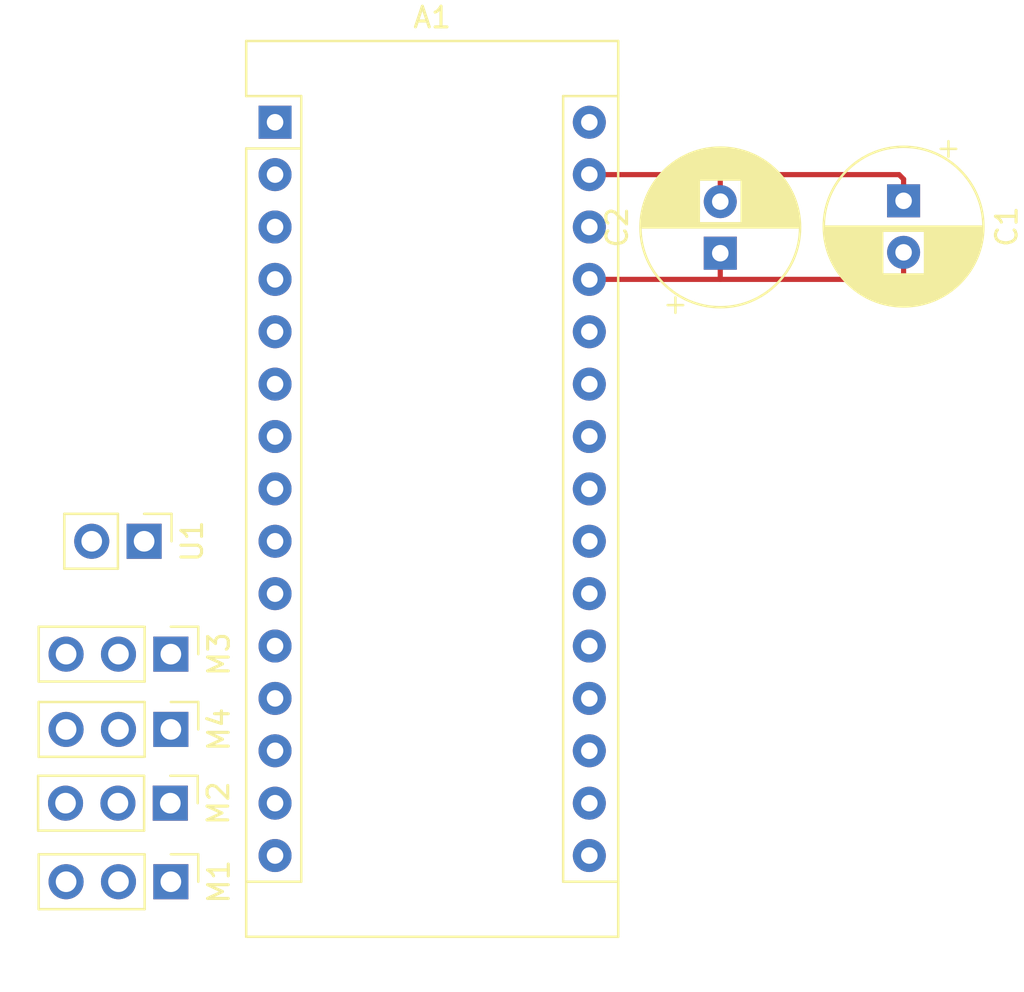
<source format=kicad_pcb>
(kicad_pcb (version 20171130) (host pcbnew "(5.0.0)")

  (general
    (thickness 1.6)
    (drawings 0)
    (tracks 9)
    (zones 0)
    (modules 8)
    (nets 30)
  )

  (page A4)
  (layers
    (0 F.Cu signal)
    (31 B.Cu signal)
    (32 B.Adhes user)
    (33 F.Adhes user)
    (34 B.Paste user)
    (35 F.Paste user)
    (36 B.SilkS user)
    (37 F.SilkS user)
    (38 B.Mask user)
    (39 F.Mask user)
    (40 Dwgs.User user)
    (41 Cmts.User user)
    (42 Eco1.User user)
    (43 Eco2.User user)
    (44 Edge.Cuts user)
    (45 Margin user)
    (46 B.CrtYd user)
    (47 F.CrtYd user)
    (48 B.Fab user)
    (49 F.Fab user)
  )

  (setup
    (last_trace_width 0.25)
    (trace_clearance 0.2)
    (zone_clearance 0.508)
    (zone_45_only no)
    (trace_min 0.2)
    (segment_width 0.2)
    (edge_width 0.15)
    (via_size 0.8)
    (via_drill 0.4)
    (via_min_size 0.4)
    (via_min_drill 0.3)
    (uvia_size 0.3)
    (uvia_drill 0.1)
    (uvias_allowed no)
    (uvia_min_size 0.2)
    (uvia_min_drill 0.1)
    (pcb_text_width 0.3)
    (pcb_text_size 1.5 1.5)
    (mod_edge_width 0.15)
    (mod_text_size 1 1)
    (mod_text_width 0.15)
    (pad_size 1.524 1.524)
    (pad_drill 0.762)
    (pad_to_mask_clearance 0.2)
    (aux_axis_origin 0 0)
    (visible_elements 7FFFFFFF)
    (pcbplotparams
      (layerselection 0x010fc_ffffffff)
      (usegerberextensions false)
      (usegerberattributes false)
      (usegerberadvancedattributes false)
      (creategerberjobfile false)
      (excludeedgelayer true)
      (linewidth 0.100000)
      (plotframeref false)
      (viasonmask false)
      (mode 1)
      (useauxorigin false)
      (hpglpennumber 1)
      (hpglpenspeed 20)
      (hpglpendiameter 15.000000)
      (psnegative false)
      (psa4output false)
      (plotreference true)
      (plotvalue true)
      (plotinvisibletext false)
      (padsonsilk false)
      (subtractmaskfromsilk false)
      (outputformat 1)
      (mirror false)
      (drillshape 1)
      (scaleselection 1)
      (outputdirectory ""))
  )

  (net 0 "")
  (net 1 "Net-(A1-Pad1)")
  (net 2 "Net-(A1-Pad17)")
  (net 3 "Net-(A1-Pad2)")
  (net 4 "Net-(A1-Pad18)")
  (net 5 "Net-(A1-Pad3)")
  (net 6 "Net-(A1-Pad19)")
  (net 7 GND)
  (net 8 "Net-(A1-Pad20)")
  (net 9 "Net-(A1-Pad5)")
  (net 10 "Net-(A1-Pad21)")
  (net 11 "Net-(A1-Pad6)")
  (net 12 "Net-(A1-Pad22)")
  (net 13 "Net-(A1-Pad7)")
  (net 14 "Net-(A1-Pad23)")
  (net 15 "Net-(A1-Pad8)")
  (net 16 "Net-(A1-Pad24)")
  (net 17 "Net-(A1-Pad9)")
  (net 18 "Net-(A1-Pad25)")
  (net 19 "Net-(A1-Pad10)")
  (net 20 "Net-(A1-Pad26)")
  (net 21 "Net-(A1-Pad11)")
  (net 22 "Net-(A1-Pad27)")
  (net 23 "Net-(A1-Pad12)")
  (net 24 "Net-(A1-Pad28)")
  (net 25 "Net-(A1-Pad13)")
  (net 26 "Net-(A1-Pad14)")
  (net 27 VCC)
  (net 28 "Net-(A1-Pad15)")
  (net 29 "Net-(A1-Pad16)")

  (net_class Default "This is the default net class."
    (clearance 0.2)
    (trace_width 0.25)
    (via_dia 0.8)
    (via_drill 0.4)
    (uvia_dia 0.3)
    (uvia_drill 0.1)
    (add_net GND)
    (add_net "Net-(A1-Pad1)")
    (add_net "Net-(A1-Pad10)")
    (add_net "Net-(A1-Pad11)")
    (add_net "Net-(A1-Pad12)")
    (add_net "Net-(A1-Pad13)")
    (add_net "Net-(A1-Pad14)")
    (add_net "Net-(A1-Pad15)")
    (add_net "Net-(A1-Pad16)")
    (add_net "Net-(A1-Pad17)")
    (add_net "Net-(A1-Pad18)")
    (add_net "Net-(A1-Pad19)")
    (add_net "Net-(A1-Pad2)")
    (add_net "Net-(A1-Pad20)")
    (add_net "Net-(A1-Pad21)")
    (add_net "Net-(A1-Pad22)")
    (add_net "Net-(A1-Pad23)")
    (add_net "Net-(A1-Pad24)")
    (add_net "Net-(A1-Pad25)")
    (add_net "Net-(A1-Pad26)")
    (add_net "Net-(A1-Pad27)")
    (add_net "Net-(A1-Pad28)")
    (add_net "Net-(A1-Pad3)")
    (add_net "Net-(A1-Pad5)")
    (add_net "Net-(A1-Pad6)")
    (add_net "Net-(A1-Pad7)")
    (add_net "Net-(A1-Pad8)")
    (add_net "Net-(A1-Pad9)")
    (add_net VCC)
  )

  (module Module:Arduino_Nano (layer F.Cu) (tedit 58ACAF70) (tstamp 5CC215B2)
    (at 110.49 80.01)
    (descr "Arduino Nano, http://www.mouser.com/pdfdocs/Gravitech_Arduino_Nano3_0.pdf")
    (tags "Arduino Nano")
    (path /5C733E90)
    (fp_text reference A1 (at 7.62 -5.08) (layer F.SilkS)
      (effects (font (size 1 1) (thickness 0.15)))
    )
    (fp_text value Arduino_Nano_v3.x (at 8.89 19.05 90) (layer F.Fab)
      (effects (font (size 1 1) (thickness 0.15)))
    )
    (fp_text user %R (at 6.35 19.05 90) (layer F.Fab)
      (effects (font (size 1 1) (thickness 0.15)))
    )
    (fp_line (start 1.27 1.27) (end 1.27 -1.27) (layer F.SilkS) (width 0.12))
    (fp_line (start 1.27 -1.27) (end -1.4 -1.27) (layer F.SilkS) (width 0.12))
    (fp_line (start -1.4 1.27) (end -1.4 39.5) (layer F.SilkS) (width 0.12))
    (fp_line (start -1.4 -3.94) (end -1.4 -1.27) (layer F.SilkS) (width 0.12))
    (fp_line (start 13.97 -1.27) (end 16.64 -1.27) (layer F.SilkS) (width 0.12))
    (fp_line (start 13.97 -1.27) (end 13.97 36.83) (layer F.SilkS) (width 0.12))
    (fp_line (start 13.97 36.83) (end 16.64 36.83) (layer F.SilkS) (width 0.12))
    (fp_line (start 1.27 1.27) (end -1.4 1.27) (layer F.SilkS) (width 0.12))
    (fp_line (start 1.27 1.27) (end 1.27 36.83) (layer F.SilkS) (width 0.12))
    (fp_line (start 1.27 36.83) (end -1.4 36.83) (layer F.SilkS) (width 0.12))
    (fp_line (start 3.81 31.75) (end 11.43 31.75) (layer F.Fab) (width 0.1))
    (fp_line (start 11.43 31.75) (end 11.43 41.91) (layer F.Fab) (width 0.1))
    (fp_line (start 11.43 41.91) (end 3.81 41.91) (layer F.Fab) (width 0.1))
    (fp_line (start 3.81 41.91) (end 3.81 31.75) (layer F.Fab) (width 0.1))
    (fp_line (start -1.4 39.5) (end 16.64 39.5) (layer F.SilkS) (width 0.12))
    (fp_line (start 16.64 39.5) (end 16.64 -3.94) (layer F.SilkS) (width 0.12))
    (fp_line (start 16.64 -3.94) (end -1.4 -3.94) (layer F.SilkS) (width 0.12))
    (fp_line (start 16.51 39.37) (end -1.27 39.37) (layer F.Fab) (width 0.1))
    (fp_line (start -1.27 39.37) (end -1.27 -2.54) (layer F.Fab) (width 0.1))
    (fp_line (start -1.27 -2.54) (end 0 -3.81) (layer F.Fab) (width 0.1))
    (fp_line (start 0 -3.81) (end 16.51 -3.81) (layer F.Fab) (width 0.1))
    (fp_line (start 16.51 -3.81) (end 16.51 39.37) (layer F.Fab) (width 0.1))
    (fp_line (start -1.53 -4.06) (end 16.75 -4.06) (layer F.CrtYd) (width 0.05))
    (fp_line (start -1.53 -4.06) (end -1.53 42.16) (layer F.CrtYd) (width 0.05))
    (fp_line (start 16.75 42.16) (end 16.75 -4.06) (layer F.CrtYd) (width 0.05))
    (fp_line (start 16.75 42.16) (end -1.53 42.16) (layer F.CrtYd) (width 0.05))
    (pad 1 thru_hole rect (at 0 0) (size 1.6 1.6) (drill 0.8) (layers *.Cu *.Mask)
      (net 1 "Net-(A1-Pad1)"))
    (pad 17 thru_hole oval (at 15.24 33.02) (size 1.6 1.6) (drill 0.8) (layers *.Cu *.Mask)
      (net 2 "Net-(A1-Pad17)"))
    (pad 2 thru_hole oval (at 0 2.54) (size 1.6 1.6) (drill 0.8) (layers *.Cu *.Mask)
      (net 3 "Net-(A1-Pad2)"))
    (pad 18 thru_hole oval (at 15.24 30.48) (size 1.6 1.6) (drill 0.8) (layers *.Cu *.Mask)
      (net 4 "Net-(A1-Pad18)"))
    (pad 3 thru_hole oval (at 0 5.08) (size 1.6 1.6) (drill 0.8) (layers *.Cu *.Mask)
      (net 5 "Net-(A1-Pad3)"))
    (pad 19 thru_hole oval (at 15.24 27.94) (size 1.6 1.6) (drill 0.8) (layers *.Cu *.Mask)
      (net 6 "Net-(A1-Pad19)"))
    (pad 4 thru_hole oval (at 0 7.62) (size 1.6 1.6) (drill 0.8) (layers *.Cu *.Mask)
      (net 7 GND))
    (pad 20 thru_hole oval (at 15.24 25.4) (size 1.6 1.6) (drill 0.8) (layers *.Cu *.Mask)
      (net 8 "Net-(A1-Pad20)"))
    (pad 5 thru_hole oval (at 0 10.16) (size 1.6 1.6) (drill 0.8) (layers *.Cu *.Mask)
      (net 9 "Net-(A1-Pad5)"))
    (pad 21 thru_hole oval (at 15.24 22.86) (size 1.6 1.6) (drill 0.8) (layers *.Cu *.Mask)
      (net 10 "Net-(A1-Pad21)"))
    (pad 6 thru_hole oval (at 0 12.7) (size 1.6 1.6) (drill 0.8) (layers *.Cu *.Mask)
      (net 11 "Net-(A1-Pad6)"))
    (pad 22 thru_hole oval (at 15.24 20.32) (size 1.6 1.6) (drill 0.8) (layers *.Cu *.Mask)
      (net 12 "Net-(A1-Pad22)"))
    (pad 7 thru_hole oval (at 0 15.24) (size 1.6 1.6) (drill 0.8) (layers *.Cu *.Mask)
      (net 13 "Net-(A1-Pad7)"))
    (pad 23 thru_hole oval (at 15.24 17.78) (size 1.6 1.6) (drill 0.8) (layers *.Cu *.Mask)
      (net 14 "Net-(A1-Pad23)"))
    (pad 8 thru_hole oval (at 0 17.78) (size 1.6 1.6) (drill 0.8) (layers *.Cu *.Mask)
      (net 15 "Net-(A1-Pad8)"))
    (pad 24 thru_hole oval (at 15.24 15.24) (size 1.6 1.6) (drill 0.8) (layers *.Cu *.Mask)
      (net 16 "Net-(A1-Pad24)"))
    (pad 9 thru_hole oval (at 0 20.32) (size 1.6 1.6) (drill 0.8) (layers *.Cu *.Mask)
      (net 17 "Net-(A1-Pad9)"))
    (pad 25 thru_hole oval (at 15.24 12.7) (size 1.6 1.6) (drill 0.8) (layers *.Cu *.Mask)
      (net 18 "Net-(A1-Pad25)"))
    (pad 10 thru_hole oval (at 0 22.86) (size 1.6 1.6) (drill 0.8) (layers *.Cu *.Mask)
      (net 19 "Net-(A1-Pad10)"))
    (pad 26 thru_hole oval (at 15.24 10.16) (size 1.6 1.6) (drill 0.8) (layers *.Cu *.Mask)
      (net 20 "Net-(A1-Pad26)"))
    (pad 11 thru_hole oval (at 0 25.4) (size 1.6 1.6) (drill 0.8) (layers *.Cu *.Mask)
      (net 21 "Net-(A1-Pad11)"))
    (pad 27 thru_hole oval (at 15.24 7.62) (size 1.6 1.6) (drill 0.8) (layers *.Cu *.Mask)
      (net 22 "Net-(A1-Pad27)"))
    (pad 12 thru_hole oval (at 0 27.94) (size 1.6 1.6) (drill 0.8) (layers *.Cu *.Mask)
      (net 23 "Net-(A1-Pad12)"))
    (pad 28 thru_hole oval (at 15.24 5.08) (size 1.6 1.6) (drill 0.8) (layers *.Cu *.Mask)
      (net 24 "Net-(A1-Pad28)"))
    (pad 13 thru_hole oval (at 0 30.48) (size 1.6 1.6) (drill 0.8) (layers *.Cu *.Mask)
      (net 25 "Net-(A1-Pad13)"))
    (pad 29 thru_hole oval (at 15.24 2.54) (size 1.6 1.6) (drill 0.8) (layers *.Cu *.Mask)
      (net 7 GND))
    (pad 14 thru_hole oval (at 0 33.02) (size 1.6 1.6) (drill 0.8) (layers *.Cu *.Mask)
      (net 26 "Net-(A1-Pad14)"))
    (pad 30 thru_hole oval (at 15.24 0) (size 1.6 1.6) (drill 0.8) (layers *.Cu *.Mask)
      (net 27 VCC))
    (pad 15 thru_hole oval (at 0 35.56) (size 1.6 1.6) (drill 0.8) (layers *.Cu *.Mask)
      (net 28 "Net-(A1-Pad15)"))
    (pad 16 thru_hole oval (at 15.24 35.56) (size 1.6 1.6) (drill 0.8) (layers *.Cu *.Mask)
      (net 29 "Net-(A1-Pad16)"))
    (model ${KISYS3DMOD}/arduino-nano.wrl
      (offset (xyz -2.55 6 -5))
      (scale (xyz 0.4 0.4 0.4))
      (rotate (xyz 0 0 0))
    )
  )

  (module Capacitor_THT:CP_Radial_D7.5mm_P2.50mm (layer F.Cu) (tedit 5AE50EF0) (tstamp 5CC27E7D)
    (at 132.08 86.36 90)
    (descr "CP, Radial series, Radial, pin pitch=2.50mm, , diameter=7.5mm, Electrolytic Capacitor")
    (tags "CP Radial series Radial pin pitch 2.50mm  diameter 7.5mm Electrolytic Capacitor")
    (path /5C7D338D)
    (fp_text reference C2 (at 1.25 -5 90) (layer F.SilkS)
      (effects (font (size 1 1) (thickness 0.15)))
    )
    (fp_text value C470u (at 1.25 5 90) (layer F.Fab)
      (effects (font (size 1 1) (thickness 0.15)))
    )
    (fp_circle (center 1.25 0) (end 5 0) (layer F.Fab) (width 0.1))
    (fp_circle (center 1.25 0) (end 5.12 0) (layer F.SilkS) (width 0.12))
    (fp_circle (center 1.25 0) (end 5.25 0) (layer F.CrtYd) (width 0.05))
    (fp_line (start -1.961233 -1.6375) (end -1.211233 -1.6375) (layer F.Fab) (width 0.1))
    (fp_line (start -1.586233 -2.0125) (end -1.586233 -1.2625) (layer F.Fab) (width 0.1))
    (fp_line (start 1.25 -3.83) (end 1.25 3.83) (layer F.SilkS) (width 0.12))
    (fp_line (start 1.29 -3.83) (end 1.29 3.83) (layer F.SilkS) (width 0.12))
    (fp_line (start 1.33 -3.83) (end 1.33 3.83) (layer F.SilkS) (width 0.12))
    (fp_line (start 1.37 -3.829) (end 1.37 3.829) (layer F.SilkS) (width 0.12))
    (fp_line (start 1.41 -3.827) (end 1.41 3.827) (layer F.SilkS) (width 0.12))
    (fp_line (start 1.45 -3.825) (end 1.45 3.825) (layer F.SilkS) (width 0.12))
    (fp_line (start 1.49 -3.823) (end 1.49 -1.04) (layer F.SilkS) (width 0.12))
    (fp_line (start 1.49 1.04) (end 1.49 3.823) (layer F.SilkS) (width 0.12))
    (fp_line (start 1.53 -3.82) (end 1.53 -1.04) (layer F.SilkS) (width 0.12))
    (fp_line (start 1.53 1.04) (end 1.53 3.82) (layer F.SilkS) (width 0.12))
    (fp_line (start 1.57 -3.817) (end 1.57 -1.04) (layer F.SilkS) (width 0.12))
    (fp_line (start 1.57 1.04) (end 1.57 3.817) (layer F.SilkS) (width 0.12))
    (fp_line (start 1.61 -3.814) (end 1.61 -1.04) (layer F.SilkS) (width 0.12))
    (fp_line (start 1.61 1.04) (end 1.61 3.814) (layer F.SilkS) (width 0.12))
    (fp_line (start 1.65 -3.81) (end 1.65 -1.04) (layer F.SilkS) (width 0.12))
    (fp_line (start 1.65 1.04) (end 1.65 3.81) (layer F.SilkS) (width 0.12))
    (fp_line (start 1.69 -3.805) (end 1.69 -1.04) (layer F.SilkS) (width 0.12))
    (fp_line (start 1.69 1.04) (end 1.69 3.805) (layer F.SilkS) (width 0.12))
    (fp_line (start 1.73 -3.801) (end 1.73 -1.04) (layer F.SilkS) (width 0.12))
    (fp_line (start 1.73 1.04) (end 1.73 3.801) (layer F.SilkS) (width 0.12))
    (fp_line (start 1.77 -3.795) (end 1.77 -1.04) (layer F.SilkS) (width 0.12))
    (fp_line (start 1.77 1.04) (end 1.77 3.795) (layer F.SilkS) (width 0.12))
    (fp_line (start 1.81 -3.79) (end 1.81 -1.04) (layer F.SilkS) (width 0.12))
    (fp_line (start 1.81 1.04) (end 1.81 3.79) (layer F.SilkS) (width 0.12))
    (fp_line (start 1.85 -3.784) (end 1.85 -1.04) (layer F.SilkS) (width 0.12))
    (fp_line (start 1.85 1.04) (end 1.85 3.784) (layer F.SilkS) (width 0.12))
    (fp_line (start 1.89 -3.777) (end 1.89 -1.04) (layer F.SilkS) (width 0.12))
    (fp_line (start 1.89 1.04) (end 1.89 3.777) (layer F.SilkS) (width 0.12))
    (fp_line (start 1.93 -3.77) (end 1.93 -1.04) (layer F.SilkS) (width 0.12))
    (fp_line (start 1.93 1.04) (end 1.93 3.77) (layer F.SilkS) (width 0.12))
    (fp_line (start 1.971 -3.763) (end 1.971 -1.04) (layer F.SilkS) (width 0.12))
    (fp_line (start 1.971 1.04) (end 1.971 3.763) (layer F.SilkS) (width 0.12))
    (fp_line (start 2.011 -3.755) (end 2.011 -1.04) (layer F.SilkS) (width 0.12))
    (fp_line (start 2.011 1.04) (end 2.011 3.755) (layer F.SilkS) (width 0.12))
    (fp_line (start 2.051 -3.747) (end 2.051 -1.04) (layer F.SilkS) (width 0.12))
    (fp_line (start 2.051 1.04) (end 2.051 3.747) (layer F.SilkS) (width 0.12))
    (fp_line (start 2.091 -3.738) (end 2.091 -1.04) (layer F.SilkS) (width 0.12))
    (fp_line (start 2.091 1.04) (end 2.091 3.738) (layer F.SilkS) (width 0.12))
    (fp_line (start 2.131 -3.729) (end 2.131 -1.04) (layer F.SilkS) (width 0.12))
    (fp_line (start 2.131 1.04) (end 2.131 3.729) (layer F.SilkS) (width 0.12))
    (fp_line (start 2.171 -3.72) (end 2.171 -1.04) (layer F.SilkS) (width 0.12))
    (fp_line (start 2.171 1.04) (end 2.171 3.72) (layer F.SilkS) (width 0.12))
    (fp_line (start 2.211 -3.71) (end 2.211 -1.04) (layer F.SilkS) (width 0.12))
    (fp_line (start 2.211 1.04) (end 2.211 3.71) (layer F.SilkS) (width 0.12))
    (fp_line (start 2.251 -3.699) (end 2.251 -1.04) (layer F.SilkS) (width 0.12))
    (fp_line (start 2.251 1.04) (end 2.251 3.699) (layer F.SilkS) (width 0.12))
    (fp_line (start 2.291 -3.688) (end 2.291 -1.04) (layer F.SilkS) (width 0.12))
    (fp_line (start 2.291 1.04) (end 2.291 3.688) (layer F.SilkS) (width 0.12))
    (fp_line (start 2.331 -3.677) (end 2.331 -1.04) (layer F.SilkS) (width 0.12))
    (fp_line (start 2.331 1.04) (end 2.331 3.677) (layer F.SilkS) (width 0.12))
    (fp_line (start 2.371 -3.665) (end 2.371 -1.04) (layer F.SilkS) (width 0.12))
    (fp_line (start 2.371 1.04) (end 2.371 3.665) (layer F.SilkS) (width 0.12))
    (fp_line (start 2.411 -3.653) (end 2.411 -1.04) (layer F.SilkS) (width 0.12))
    (fp_line (start 2.411 1.04) (end 2.411 3.653) (layer F.SilkS) (width 0.12))
    (fp_line (start 2.451 -3.64) (end 2.451 -1.04) (layer F.SilkS) (width 0.12))
    (fp_line (start 2.451 1.04) (end 2.451 3.64) (layer F.SilkS) (width 0.12))
    (fp_line (start 2.491 -3.626) (end 2.491 -1.04) (layer F.SilkS) (width 0.12))
    (fp_line (start 2.491 1.04) (end 2.491 3.626) (layer F.SilkS) (width 0.12))
    (fp_line (start 2.531 -3.613) (end 2.531 -1.04) (layer F.SilkS) (width 0.12))
    (fp_line (start 2.531 1.04) (end 2.531 3.613) (layer F.SilkS) (width 0.12))
    (fp_line (start 2.571 -3.598) (end 2.571 -1.04) (layer F.SilkS) (width 0.12))
    (fp_line (start 2.571 1.04) (end 2.571 3.598) (layer F.SilkS) (width 0.12))
    (fp_line (start 2.611 -3.584) (end 2.611 -1.04) (layer F.SilkS) (width 0.12))
    (fp_line (start 2.611 1.04) (end 2.611 3.584) (layer F.SilkS) (width 0.12))
    (fp_line (start 2.651 -3.568) (end 2.651 -1.04) (layer F.SilkS) (width 0.12))
    (fp_line (start 2.651 1.04) (end 2.651 3.568) (layer F.SilkS) (width 0.12))
    (fp_line (start 2.691 -3.553) (end 2.691 -1.04) (layer F.SilkS) (width 0.12))
    (fp_line (start 2.691 1.04) (end 2.691 3.553) (layer F.SilkS) (width 0.12))
    (fp_line (start 2.731 -3.536) (end 2.731 -1.04) (layer F.SilkS) (width 0.12))
    (fp_line (start 2.731 1.04) (end 2.731 3.536) (layer F.SilkS) (width 0.12))
    (fp_line (start 2.771 -3.52) (end 2.771 -1.04) (layer F.SilkS) (width 0.12))
    (fp_line (start 2.771 1.04) (end 2.771 3.52) (layer F.SilkS) (width 0.12))
    (fp_line (start 2.811 -3.502) (end 2.811 -1.04) (layer F.SilkS) (width 0.12))
    (fp_line (start 2.811 1.04) (end 2.811 3.502) (layer F.SilkS) (width 0.12))
    (fp_line (start 2.851 -3.484) (end 2.851 -1.04) (layer F.SilkS) (width 0.12))
    (fp_line (start 2.851 1.04) (end 2.851 3.484) (layer F.SilkS) (width 0.12))
    (fp_line (start 2.891 -3.466) (end 2.891 -1.04) (layer F.SilkS) (width 0.12))
    (fp_line (start 2.891 1.04) (end 2.891 3.466) (layer F.SilkS) (width 0.12))
    (fp_line (start 2.931 -3.447) (end 2.931 -1.04) (layer F.SilkS) (width 0.12))
    (fp_line (start 2.931 1.04) (end 2.931 3.447) (layer F.SilkS) (width 0.12))
    (fp_line (start 2.971 -3.427) (end 2.971 -1.04) (layer F.SilkS) (width 0.12))
    (fp_line (start 2.971 1.04) (end 2.971 3.427) (layer F.SilkS) (width 0.12))
    (fp_line (start 3.011 -3.407) (end 3.011 -1.04) (layer F.SilkS) (width 0.12))
    (fp_line (start 3.011 1.04) (end 3.011 3.407) (layer F.SilkS) (width 0.12))
    (fp_line (start 3.051 -3.386) (end 3.051 -1.04) (layer F.SilkS) (width 0.12))
    (fp_line (start 3.051 1.04) (end 3.051 3.386) (layer F.SilkS) (width 0.12))
    (fp_line (start 3.091 -3.365) (end 3.091 -1.04) (layer F.SilkS) (width 0.12))
    (fp_line (start 3.091 1.04) (end 3.091 3.365) (layer F.SilkS) (width 0.12))
    (fp_line (start 3.131 -3.343) (end 3.131 -1.04) (layer F.SilkS) (width 0.12))
    (fp_line (start 3.131 1.04) (end 3.131 3.343) (layer F.SilkS) (width 0.12))
    (fp_line (start 3.171 -3.321) (end 3.171 -1.04) (layer F.SilkS) (width 0.12))
    (fp_line (start 3.171 1.04) (end 3.171 3.321) (layer F.SilkS) (width 0.12))
    (fp_line (start 3.211 -3.297) (end 3.211 -1.04) (layer F.SilkS) (width 0.12))
    (fp_line (start 3.211 1.04) (end 3.211 3.297) (layer F.SilkS) (width 0.12))
    (fp_line (start 3.251 -3.274) (end 3.251 -1.04) (layer F.SilkS) (width 0.12))
    (fp_line (start 3.251 1.04) (end 3.251 3.274) (layer F.SilkS) (width 0.12))
    (fp_line (start 3.291 -3.249) (end 3.291 -1.04) (layer F.SilkS) (width 0.12))
    (fp_line (start 3.291 1.04) (end 3.291 3.249) (layer F.SilkS) (width 0.12))
    (fp_line (start 3.331 -3.224) (end 3.331 -1.04) (layer F.SilkS) (width 0.12))
    (fp_line (start 3.331 1.04) (end 3.331 3.224) (layer F.SilkS) (width 0.12))
    (fp_line (start 3.371 -3.198) (end 3.371 -1.04) (layer F.SilkS) (width 0.12))
    (fp_line (start 3.371 1.04) (end 3.371 3.198) (layer F.SilkS) (width 0.12))
    (fp_line (start 3.411 -3.172) (end 3.411 -1.04) (layer F.SilkS) (width 0.12))
    (fp_line (start 3.411 1.04) (end 3.411 3.172) (layer F.SilkS) (width 0.12))
    (fp_line (start 3.451 -3.144) (end 3.451 -1.04) (layer F.SilkS) (width 0.12))
    (fp_line (start 3.451 1.04) (end 3.451 3.144) (layer F.SilkS) (width 0.12))
    (fp_line (start 3.491 -3.116) (end 3.491 -1.04) (layer F.SilkS) (width 0.12))
    (fp_line (start 3.491 1.04) (end 3.491 3.116) (layer F.SilkS) (width 0.12))
    (fp_line (start 3.531 -3.088) (end 3.531 -1.04) (layer F.SilkS) (width 0.12))
    (fp_line (start 3.531 1.04) (end 3.531 3.088) (layer F.SilkS) (width 0.12))
    (fp_line (start 3.571 -3.058) (end 3.571 3.058) (layer F.SilkS) (width 0.12))
    (fp_line (start 3.611 -3.028) (end 3.611 3.028) (layer F.SilkS) (width 0.12))
    (fp_line (start 3.651 -2.996) (end 3.651 2.996) (layer F.SilkS) (width 0.12))
    (fp_line (start 3.691 -2.964) (end 3.691 2.964) (layer F.SilkS) (width 0.12))
    (fp_line (start 3.731 -2.931) (end 3.731 2.931) (layer F.SilkS) (width 0.12))
    (fp_line (start 3.771 -2.898) (end 3.771 2.898) (layer F.SilkS) (width 0.12))
    (fp_line (start 3.811 -2.863) (end 3.811 2.863) (layer F.SilkS) (width 0.12))
    (fp_line (start 3.851 -2.827) (end 3.851 2.827) (layer F.SilkS) (width 0.12))
    (fp_line (start 3.891 -2.79) (end 3.891 2.79) (layer F.SilkS) (width 0.12))
    (fp_line (start 3.931 -2.752) (end 3.931 2.752) (layer F.SilkS) (width 0.12))
    (fp_line (start 3.971 -2.713) (end 3.971 2.713) (layer F.SilkS) (width 0.12))
    (fp_line (start 4.011 -2.673) (end 4.011 2.673) (layer F.SilkS) (width 0.12))
    (fp_line (start 4.051 -2.632) (end 4.051 2.632) (layer F.SilkS) (width 0.12))
    (fp_line (start 4.091 -2.589) (end 4.091 2.589) (layer F.SilkS) (width 0.12))
    (fp_line (start 4.131 -2.546) (end 4.131 2.546) (layer F.SilkS) (width 0.12))
    (fp_line (start 4.171 -2.5) (end 4.171 2.5) (layer F.SilkS) (width 0.12))
    (fp_line (start 4.211 -2.454) (end 4.211 2.454) (layer F.SilkS) (width 0.12))
    (fp_line (start 4.251 -2.405) (end 4.251 2.405) (layer F.SilkS) (width 0.12))
    (fp_line (start 4.291 -2.355) (end 4.291 2.355) (layer F.SilkS) (width 0.12))
    (fp_line (start 4.331 -2.304) (end 4.331 2.304) (layer F.SilkS) (width 0.12))
    (fp_line (start 4.371 -2.25) (end 4.371 2.25) (layer F.SilkS) (width 0.12))
    (fp_line (start 4.411 -2.195) (end 4.411 2.195) (layer F.SilkS) (width 0.12))
    (fp_line (start 4.451 -2.137) (end 4.451 2.137) (layer F.SilkS) (width 0.12))
    (fp_line (start 4.491 -2.077) (end 4.491 2.077) (layer F.SilkS) (width 0.12))
    (fp_line (start 4.531 -2.014) (end 4.531 2.014) (layer F.SilkS) (width 0.12))
    (fp_line (start 4.571 -1.949) (end 4.571 1.949) (layer F.SilkS) (width 0.12))
    (fp_line (start 4.611 -1.881) (end 4.611 1.881) (layer F.SilkS) (width 0.12))
    (fp_line (start 4.651 -1.809) (end 4.651 1.809) (layer F.SilkS) (width 0.12))
    (fp_line (start 4.691 -1.733) (end 4.691 1.733) (layer F.SilkS) (width 0.12))
    (fp_line (start 4.731 -1.654) (end 4.731 1.654) (layer F.SilkS) (width 0.12))
    (fp_line (start 4.771 -1.569) (end 4.771 1.569) (layer F.SilkS) (width 0.12))
    (fp_line (start 4.811 -1.478) (end 4.811 1.478) (layer F.SilkS) (width 0.12))
    (fp_line (start 4.851 -1.381) (end 4.851 1.381) (layer F.SilkS) (width 0.12))
    (fp_line (start 4.891 -1.275) (end 4.891 1.275) (layer F.SilkS) (width 0.12))
    (fp_line (start 4.931 -1.158) (end 4.931 1.158) (layer F.SilkS) (width 0.12))
    (fp_line (start 4.971 -1.028) (end 4.971 1.028) (layer F.SilkS) (width 0.12))
    (fp_line (start 5.011 -0.877) (end 5.011 0.877) (layer F.SilkS) (width 0.12))
    (fp_line (start 5.051 -0.693) (end 5.051 0.693) (layer F.SilkS) (width 0.12))
    (fp_line (start 5.091 -0.441) (end 5.091 0.441) (layer F.SilkS) (width 0.12))
    (fp_line (start -2.892211 -2.175) (end -2.142211 -2.175) (layer F.SilkS) (width 0.12))
    (fp_line (start -2.517211 -2.55) (end -2.517211 -1.8) (layer F.SilkS) (width 0.12))
    (fp_text user %R (at 1.25 0 90) (layer F.Fab)
      (effects (font (size 1 1) (thickness 0.15)))
    )
    (pad 1 thru_hole rect (at 0 0 90) (size 1.6 1.6) (drill 0.8) (layers *.Cu *.Mask)
      (net 22 "Net-(A1-Pad27)"))
    (pad 2 thru_hole circle (at 2.5 0 90) (size 1.6 1.6) (drill 0.8) (layers *.Cu *.Mask)
      (net 7 GND))
    (model ${KISYS3DMOD}/Capacitor_THT.3dshapes/CP_Radial_D7.5mm_P2.50mm.wrl
      (at (xyz 0 0 0))
      (scale (xyz 1 1 1))
      (rotate (xyz 0 0 0))
    )
  )

  (module Capacitor_THT:CP_Radial_D7.5mm_P2.50mm (layer F.Cu) (tedit 5AE50EF0) (tstamp 5CC281A8)
    (at 140.97 83.82 270)
    (descr "CP, Radial series, Radial, pin pitch=2.50mm, , diameter=7.5mm, Electrolytic Capacitor")
    (tags "CP Radial series Radial pin pitch 2.50mm  diameter 7.5mm Electrolytic Capacitor")
    (path /5C7D340E)
    (fp_text reference C1 (at 1.25 -5 270) (layer F.SilkS)
      (effects (font (size 1 1) (thickness 0.15)))
    )
    (fp_text value C100u (at 1.25 5 270) (layer F.Fab)
      (effects (font (size 1 1) (thickness 0.15)))
    )
    (fp_circle (center 1.25 0) (end 5 0) (layer F.Fab) (width 0.1))
    (fp_circle (center 1.25 0) (end 5.12 0) (layer F.SilkS) (width 0.12))
    (fp_circle (center 1.25 0) (end 5.25 0) (layer F.CrtYd) (width 0.05))
    (fp_line (start -1.961233 -1.6375) (end -1.211233 -1.6375) (layer F.Fab) (width 0.1))
    (fp_line (start -1.586233 -2.0125) (end -1.586233 -1.2625) (layer F.Fab) (width 0.1))
    (fp_line (start 1.25 -3.83) (end 1.25 3.83) (layer F.SilkS) (width 0.12))
    (fp_line (start 1.29 -3.83) (end 1.29 3.83) (layer F.SilkS) (width 0.12))
    (fp_line (start 1.33 -3.83) (end 1.33 3.83) (layer F.SilkS) (width 0.12))
    (fp_line (start 1.37 -3.829) (end 1.37 3.829) (layer F.SilkS) (width 0.12))
    (fp_line (start 1.41 -3.827) (end 1.41 3.827) (layer F.SilkS) (width 0.12))
    (fp_line (start 1.45 -3.825) (end 1.45 3.825) (layer F.SilkS) (width 0.12))
    (fp_line (start 1.49 -3.823) (end 1.49 -1.04) (layer F.SilkS) (width 0.12))
    (fp_line (start 1.49 1.04) (end 1.49 3.823) (layer F.SilkS) (width 0.12))
    (fp_line (start 1.53 -3.82) (end 1.53 -1.04) (layer F.SilkS) (width 0.12))
    (fp_line (start 1.53 1.04) (end 1.53 3.82) (layer F.SilkS) (width 0.12))
    (fp_line (start 1.57 -3.817) (end 1.57 -1.04) (layer F.SilkS) (width 0.12))
    (fp_line (start 1.57 1.04) (end 1.57 3.817) (layer F.SilkS) (width 0.12))
    (fp_line (start 1.61 -3.814) (end 1.61 -1.04) (layer F.SilkS) (width 0.12))
    (fp_line (start 1.61 1.04) (end 1.61 3.814) (layer F.SilkS) (width 0.12))
    (fp_line (start 1.65 -3.81) (end 1.65 -1.04) (layer F.SilkS) (width 0.12))
    (fp_line (start 1.65 1.04) (end 1.65 3.81) (layer F.SilkS) (width 0.12))
    (fp_line (start 1.69 -3.805) (end 1.69 -1.04) (layer F.SilkS) (width 0.12))
    (fp_line (start 1.69 1.04) (end 1.69 3.805) (layer F.SilkS) (width 0.12))
    (fp_line (start 1.73 -3.801) (end 1.73 -1.04) (layer F.SilkS) (width 0.12))
    (fp_line (start 1.73 1.04) (end 1.73 3.801) (layer F.SilkS) (width 0.12))
    (fp_line (start 1.77 -3.795) (end 1.77 -1.04) (layer F.SilkS) (width 0.12))
    (fp_line (start 1.77 1.04) (end 1.77 3.795) (layer F.SilkS) (width 0.12))
    (fp_line (start 1.81 -3.79) (end 1.81 -1.04) (layer F.SilkS) (width 0.12))
    (fp_line (start 1.81 1.04) (end 1.81 3.79) (layer F.SilkS) (width 0.12))
    (fp_line (start 1.85 -3.784) (end 1.85 -1.04) (layer F.SilkS) (width 0.12))
    (fp_line (start 1.85 1.04) (end 1.85 3.784) (layer F.SilkS) (width 0.12))
    (fp_line (start 1.89 -3.777) (end 1.89 -1.04) (layer F.SilkS) (width 0.12))
    (fp_line (start 1.89 1.04) (end 1.89 3.777) (layer F.SilkS) (width 0.12))
    (fp_line (start 1.93 -3.77) (end 1.93 -1.04) (layer F.SilkS) (width 0.12))
    (fp_line (start 1.93 1.04) (end 1.93 3.77) (layer F.SilkS) (width 0.12))
    (fp_line (start 1.971 -3.763) (end 1.971 -1.04) (layer F.SilkS) (width 0.12))
    (fp_line (start 1.971 1.04) (end 1.971 3.763) (layer F.SilkS) (width 0.12))
    (fp_line (start 2.011 -3.755) (end 2.011 -1.04) (layer F.SilkS) (width 0.12))
    (fp_line (start 2.011 1.04) (end 2.011 3.755) (layer F.SilkS) (width 0.12))
    (fp_line (start 2.051 -3.747) (end 2.051 -1.04) (layer F.SilkS) (width 0.12))
    (fp_line (start 2.051 1.04) (end 2.051 3.747) (layer F.SilkS) (width 0.12))
    (fp_line (start 2.091 -3.738) (end 2.091 -1.04) (layer F.SilkS) (width 0.12))
    (fp_line (start 2.091 1.04) (end 2.091 3.738) (layer F.SilkS) (width 0.12))
    (fp_line (start 2.131 -3.729) (end 2.131 -1.04) (layer F.SilkS) (width 0.12))
    (fp_line (start 2.131 1.04) (end 2.131 3.729) (layer F.SilkS) (width 0.12))
    (fp_line (start 2.171 -3.72) (end 2.171 -1.04) (layer F.SilkS) (width 0.12))
    (fp_line (start 2.171 1.04) (end 2.171 3.72) (layer F.SilkS) (width 0.12))
    (fp_line (start 2.211 -3.71) (end 2.211 -1.04) (layer F.SilkS) (width 0.12))
    (fp_line (start 2.211 1.04) (end 2.211 3.71) (layer F.SilkS) (width 0.12))
    (fp_line (start 2.251 -3.699) (end 2.251 -1.04) (layer F.SilkS) (width 0.12))
    (fp_line (start 2.251 1.04) (end 2.251 3.699) (layer F.SilkS) (width 0.12))
    (fp_line (start 2.291 -3.688) (end 2.291 -1.04) (layer F.SilkS) (width 0.12))
    (fp_line (start 2.291 1.04) (end 2.291 3.688) (layer F.SilkS) (width 0.12))
    (fp_line (start 2.331 -3.677) (end 2.331 -1.04) (layer F.SilkS) (width 0.12))
    (fp_line (start 2.331 1.04) (end 2.331 3.677) (layer F.SilkS) (width 0.12))
    (fp_line (start 2.371 -3.665) (end 2.371 -1.04) (layer F.SilkS) (width 0.12))
    (fp_line (start 2.371 1.04) (end 2.371 3.665) (layer F.SilkS) (width 0.12))
    (fp_line (start 2.411 -3.653) (end 2.411 -1.04) (layer F.SilkS) (width 0.12))
    (fp_line (start 2.411 1.04) (end 2.411 3.653) (layer F.SilkS) (width 0.12))
    (fp_line (start 2.451 -3.64) (end 2.451 -1.04) (layer F.SilkS) (width 0.12))
    (fp_line (start 2.451 1.04) (end 2.451 3.64) (layer F.SilkS) (width 0.12))
    (fp_line (start 2.491 -3.626) (end 2.491 -1.04) (layer F.SilkS) (width 0.12))
    (fp_line (start 2.491 1.04) (end 2.491 3.626) (layer F.SilkS) (width 0.12))
    (fp_line (start 2.531 -3.613) (end 2.531 -1.04) (layer F.SilkS) (width 0.12))
    (fp_line (start 2.531 1.04) (end 2.531 3.613) (layer F.SilkS) (width 0.12))
    (fp_line (start 2.571 -3.598) (end 2.571 -1.04) (layer F.SilkS) (width 0.12))
    (fp_line (start 2.571 1.04) (end 2.571 3.598) (layer F.SilkS) (width 0.12))
    (fp_line (start 2.611 -3.584) (end 2.611 -1.04) (layer F.SilkS) (width 0.12))
    (fp_line (start 2.611 1.04) (end 2.611 3.584) (layer F.SilkS) (width 0.12))
    (fp_line (start 2.651 -3.568) (end 2.651 -1.04) (layer F.SilkS) (width 0.12))
    (fp_line (start 2.651 1.04) (end 2.651 3.568) (layer F.SilkS) (width 0.12))
    (fp_line (start 2.691 -3.553) (end 2.691 -1.04) (layer F.SilkS) (width 0.12))
    (fp_line (start 2.691 1.04) (end 2.691 3.553) (layer F.SilkS) (width 0.12))
    (fp_line (start 2.731 -3.536) (end 2.731 -1.04) (layer F.SilkS) (width 0.12))
    (fp_line (start 2.731 1.04) (end 2.731 3.536) (layer F.SilkS) (width 0.12))
    (fp_line (start 2.771 -3.52) (end 2.771 -1.04) (layer F.SilkS) (width 0.12))
    (fp_line (start 2.771 1.04) (end 2.771 3.52) (layer F.SilkS) (width 0.12))
    (fp_line (start 2.811 -3.502) (end 2.811 -1.04) (layer F.SilkS) (width 0.12))
    (fp_line (start 2.811 1.04) (end 2.811 3.502) (layer F.SilkS) (width 0.12))
    (fp_line (start 2.851 -3.484) (end 2.851 -1.04) (layer F.SilkS) (width 0.12))
    (fp_line (start 2.851 1.04) (end 2.851 3.484) (layer F.SilkS) (width 0.12))
    (fp_line (start 2.891 -3.466) (end 2.891 -1.04) (layer F.SilkS) (width 0.12))
    (fp_line (start 2.891 1.04) (end 2.891 3.466) (layer F.SilkS) (width 0.12))
    (fp_line (start 2.931 -3.447) (end 2.931 -1.04) (layer F.SilkS) (width 0.12))
    (fp_line (start 2.931 1.04) (end 2.931 3.447) (layer F.SilkS) (width 0.12))
    (fp_line (start 2.971 -3.427) (end 2.971 -1.04) (layer F.SilkS) (width 0.12))
    (fp_line (start 2.971 1.04) (end 2.971 3.427) (layer F.SilkS) (width 0.12))
    (fp_line (start 3.011 -3.407) (end 3.011 -1.04) (layer F.SilkS) (width 0.12))
    (fp_line (start 3.011 1.04) (end 3.011 3.407) (layer F.SilkS) (width 0.12))
    (fp_line (start 3.051 -3.386) (end 3.051 -1.04) (layer F.SilkS) (width 0.12))
    (fp_line (start 3.051 1.04) (end 3.051 3.386) (layer F.SilkS) (width 0.12))
    (fp_line (start 3.091 -3.365) (end 3.091 -1.04) (layer F.SilkS) (width 0.12))
    (fp_line (start 3.091 1.04) (end 3.091 3.365) (layer F.SilkS) (width 0.12))
    (fp_line (start 3.131 -3.343) (end 3.131 -1.04) (layer F.SilkS) (width 0.12))
    (fp_line (start 3.131 1.04) (end 3.131 3.343) (layer F.SilkS) (width 0.12))
    (fp_line (start 3.171 -3.321) (end 3.171 -1.04) (layer F.SilkS) (width 0.12))
    (fp_line (start 3.171 1.04) (end 3.171 3.321) (layer F.SilkS) (width 0.12))
    (fp_line (start 3.211 -3.297) (end 3.211 -1.04) (layer F.SilkS) (width 0.12))
    (fp_line (start 3.211 1.04) (end 3.211 3.297) (layer F.SilkS) (width 0.12))
    (fp_line (start 3.251 -3.274) (end 3.251 -1.04) (layer F.SilkS) (width 0.12))
    (fp_line (start 3.251 1.04) (end 3.251 3.274) (layer F.SilkS) (width 0.12))
    (fp_line (start 3.291 -3.249) (end 3.291 -1.04) (layer F.SilkS) (width 0.12))
    (fp_line (start 3.291 1.04) (end 3.291 3.249) (layer F.SilkS) (width 0.12))
    (fp_line (start 3.331 -3.224) (end 3.331 -1.04) (layer F.SilkS) (width 0.12))
    (fp_line (start 3.331 1.04) (end 3.331 3.224) (layer F.SilkS) (width 0.12))
    (fp_line (start 3.371 -3.198) (end 3.371 -1.04) (layer F.SilkS) (width 0.12))
    (fp_line (start 3.371 1.04) (end 3.371 3.198) (layer F.SilkS) (width 0.12))
    (fp_line (start 3.411 -3.172) (end 3.411 -1.04) (layer F.SilkS) (width 0.12))
    (fp_line (start 3.411 1.04) (end 3.411 3.172) (layer F.SilkS) (width 0.12))
    (fp_line (start 3.451 -3.144) (end 3.451 -1.04) (layer F.SilkS) (width 0.12))
    (fp_line (start 3.451 1.04) (end 3.451 3.144) (layer F.SilkS) (width 0.12))
    (fp_line (start 3.491 -3.116) (end 3.491 -1.04) (layer F.SilkS) (width 0.12))
    (fp_line (start 3.491 1.04) (end 3.491 3.116) (layer F.SilkS) (width 0.12))
    (fp_line (start 3.531 -3.088) (end 3.531 -1.04) (layer F.SilkS) (width 0.12))
    (fp_line (start 3.531 1.04) (end 3.531 3.088) (layer F.SilkS) (width 0.12))
    (fp_line (start 3.571 -3.058) (end 3.571 3.058) (layer F.SilkS) (width 0.12))
    (fp_line (start 3.611 -3.028) (end 3.611 3.028) (layer F.SilkS) (width 0.12))
    (fp_line (start 3.651 -2.996) (end 3.651 2.996) (layer F.SilkS) (width 0.12))
    (fp_line (start 3.691 -2.964) (end 3.691 2.964) (layer F.SilkS) (width 0.12))
    (fp_line (start 3.731 -2.931) (end 3.731 2.931) (layer F.SilkS) (width 0.12))
    (fp_line (start 3.771 -2.898) (end 3.771 2.898) (layer F.SilkS) (width 0.12))
    (fp_line (start 3.811 -2.863) (end 3.811 2.863) (layer F.SilkS) (width 0.12))
    (fp_line (start 3.851 -2.827) (end 3.851 2.827) (layer F.SilkS) (width 0.12))
    (fp_line (start 3.891 -2.79) (end 3.891 2.79) (layer F.SilkS) (width 0.12))
    (fp_line (start 3.931 -2.752) (end 3.931 2.752) (layer F.SilkS) (width 0.12))
    (fp_line (start 3.971 -2.713) (end 3.971 2.713) (layer F.SilkS) (width 0.12))
    (fp_line (start 4.011 -2.673) (end 4.011 2.673) (layer F.SilkS) (width 0.12))
    (fp_line (start 4.051 -2.632) (end 4.051 2.632) (layer F.SilkS) (width 0.12))
    (fp_line (start 4.091 -2.589) (end 4.091 2.589) (layer F.SilkS) (width 0.12))
    (fp_line (start 4.131 -2.546) (end 4.131 2.546) (layer F.SilkS) (width 0.12))
    (fp_line (start 4.171 -2.5) (end 4.171 2.5) (layer F.SilkS) (width 0.12))
    (fp_line (start 4.211 -2.454) (end 4.211 2.454) (layer F.SilkS) (width 0.12))
    (fp_line (start 4.251 -2.405) (end 4.251 2.405) (layer F.SilkS) (width 0.12))
    (fp_line (start 4.291 -2.355) (end 4.291 2.355) (layer F.SilkS) (width 0.12))
    (fp_line (start 4.331 -2.304) (end 4.331 2.304) (layer F.SilkS) (width 0.12))
    (fp_line (start 4.371 -2.25) (end 4.371 2.25) (layer F.SilkS) (width 0.12))
    (fp_line (start 4.411 -2.195) (end 4.411 2.195) (layer F.SilkS) (width 0.12))
    (fp_line (start 4.451 -2.137) (end 4.451 2.137) (layer F.SilkS) (width 0.12))
    (fp_line (start 4.491 -2.077) (end 4.491 2.077) (layer F.SilkS) (width 0.12))
    (fp_line (start 4.531 -2.014) (end 4.531 2.014) (layer F.SilkS) (width 0.12))
    (fp_line (start 4.571 -1.949) (end 4.571 1.949) (layer F.SilkS) (width 0.12))
    (fp_line (start 4.611 -1.881) (end 4.611 1.881) (layer F.SilkS) (width 0.12))
    (fp_line (start 4.651 -1.809) (end 4.651 1.809) (layer F.SilkS) (width 0.12))
    (fp_line (start 4.691 -1.733) (end 4.691 1.733) (layer F.SilkS) (width 0.12))
    (fp_line (start 4.731 -1.654) (end 4.731 1.654) (layer F.SilkS) (width 0.12))
    (fp_line (start 4.771 -1.569) (end 4.771 1.569) (layer F.SilkS) (width 0.12))
    (fp_line (start 4.811 -1.478) (end 4.811 1.478) (layer F.SilkS) (width 0.12))
    (fp_line (start 4.851 -1.381) (end 4.851 1.381) (layer F.SilkS) (width 0.12))
    (fp_line (start 4.891 -1.275) (end 4.891 1.275) (layer F.SilkS) (width 0.12))
    (fp_line (start 4.931 -1.158) (end 4.931 1.158) (layer F.SilkS) (width 0.12))
    (fp_line (start 4.971 -1.028) (end 4.971 1.028) (layer F.SilkS) (width 0.12))
    (fp_line (start 5.011 -0.877) (end 5.011 0.877) (layer F.SilkS) (width 0.12))
    (fp_line (start 5.051 -0.693) (end 5.051 0.693) (layer F.SilkS) (width 0.12))
    (fp_line (start 5.091 -0.441) (end 5.091 0.441) (layer F.SilkS) (width 0.12))
    (fp_line (start -2.892211 -2.175) (end -2.142211 -2.175) (layer F.SilkS) (width 0.12))
    (fp_line (start -2.517211 -2.55) (end -2.517211 -1.8) (layer F.SilkS) (width 0.12))
    (fp_text user %R (at 1.25 0 270) (layer F.Fab)
      (effects (font (size 1 1) (thickness 0.15)))
    )
    (pad 1 thru_hole rect (at 0 0 270) (size 1.6 1.6) (drill 0.8) (layers *.Cu *.Mask)
      (net 7 GND))
    (pad 2 thru_hole circle (at 2.5 0 270) (size 1.6 1.6) (drill 0.8) (layers *.Cu *.Mask)
      (net 22 "Net-(A1-Pad27)"))
    (model ${KISYS3DMOD}/Capacitor_THT.3dshapes/CP_Radial_D7.5mm_P2.50mm.wrl
      (at (xyz 0 0 0))
      (scale (xyz 1 1 1))
      (rotate (xyz 0 0 0))
    )
  )

  (module Connector_PinHeader_2.54mm:PinHeader_1x03_P2.54mm_Vertical (layer F.Cu) (tedit 59FED5CC) (tstamp 5CC4B961)
    (at 105.436795 116.84 270)
    (descr "Through hole straight pin header, 1x03, 2.54mm pitch, single row")
    (tags "Through hole pin header THT 1x03 2.54mm single row")
    (path /5C734A79)
    (fp_text reference M1 (at 0 -2.33 270) (layer F.SilkS)
      (effects (font (size 1 1) (thickness 0.15)))
    )
    (fp_text value Motor_Servo (at 0 7.41 270) (layer F.Fab)
      (effects (font (size 1 1) (thickness 0.15)))
    )
    (fp_text user %R (at 0 2.54) (layer F.Fab)
      (effects (font (size 1 1) (thickness 0.15)))
    )
    (fp_line (start 1.8 -1.8) (end -1.8 -1.8) (layer F.CrtYd) (width 0.05))
    (fp_line (start 1.8 6.85) (end 1.8 -1.8) (layer F.CrtYd) (width 0.05))
    (fp_line (start -1.8 6.85) (end 1.8 6.85) (layer F.CrtYd) (width 0.05))
    (fp_line (start -1.8 -1.8) (end -1.8 6.85) (layer F.CrtYd) (width 0.05))
    (fp_line (start -1.33 -1.33) (end 0 -1.33) (layer F.SilkS) (width 0.12))
    (fp_line (start -1.33 0) (end -1.33 -1.33) (layer F.SilkS) (width 0.12))
    (fp_line (start -1.33 1.27) (end 1.33 1.27) (layer F.SilkS) (width 0.12))
    (fp_line (start 1.33 1.27) (end 1.33 6.41) (layer F.SilkS) (width 0.12))
    (fp_line (start -1.33 1.27) (end -1.33 6.41) (layer F.SilkS) (width 0.12))
    (fp_line (start -1.33 6.41) (end 1.33 6.41) (layer F.SilkS) (width 0.12))
    (fp_line (start -1.27 -0.635) (end -0.635 -1.27) (layer F.Fab) (width 0.1))
    (fp_line (start -1.27 6.35) (end -1.27 -0.635) (layer F.Fab) (width 0.1))
    (fp_line (start 1.27 6.35) (end -1.27 6.35) (layer F.Fab) (width 0.1))
    (fp_line (start 1.27 -1.27) (end 1.27 6.35) (layer F.Fab) (width 0.1))
    (fp_line (start -0.635 -1.27) (end 1.27 -1.27) (layer F.Fab) (width 0.1))
    (pad 3 thru_hole oval (at 0 5.08 270) (size 1.7 1.7) (drill 1) (layers *.Cu *.Mask)
      (net 7 GND))
    (pad 2 thru_hole oval (at 0 2.54 270) (size 1.7 1.7) (drill 1) (layers *.Cu *.Mask)
      (net 27 VCC))
    (pad 1 thru_hole rect (at 0 0 270) (size 1.7 1.7) (drill 1) (layers *.Cu *.Mask)
      (net 28 "Net-(A1-Pad15)"))
    (model ${KISYS3DMOD}/Connector_PinHeader_2.54mm.3dshapes/PinHeader_1x03_P2.54mm_Vertical.wrl
      (at (xyz 0 0 0))
      (scale (xyz 1 1 1))
      (rotate (xyz 0 0 0))
    )
  )

  (module Connector_PinHeader_2.54mm:PinHeader_1x03_P2.54mm_Vertical (layer F.Cu) (tedit 59FED5CC) (tstamp 5CC4B978)
    (at 105.41 113.03 270)
    (descr "Through hole straight pin header, 1x03, 2.54mm pitch, single row")
    (tags "Through hole pin header THT 1x03 2.54mm single row")
    (path /5C734ACF)
    (fp_text reference M2 (at 0 -2.33 270) (layer F.SilkS)
      (effects (font (size 1 1) (thickness 0.15)))
    )
    (fp_text value Motor_Servo (at 0 7.41 270) (layer F.Fab)
      (effects (font (size 1 1) (thickness 0.15)))
    )
    (fp_line (start -0.635 -1.27) (end 1.27 -1.27) (layer F.Fab) (width 0.1))
    (fp_line (start 1.27 -1.27) (end 1.27 6.35) (layer F.Fab) (width 0.1))
    (fp_line (start 1.27 6.35) (end -1.27 6.35) (layer F.Fab) (width 0.1))
    (fp_line (start -1.27 6.35) (end -1.27 -0.635) (layer F.Fab) (width 0.1))
    (fp_line (start -1.27 -0.635) (end -0.635 -1.27) (layer F.Fab) (width 0.1))
    (fp_line (start -1.33 6.41) (end 1.33 6.41) (layer F.SilkS) (width 0.12))
    (fp_line (start -1.33 1.27) (end -1.33 6.41) (layer F.SilkS) (width 0.12))
    (fp_line (start 1.33 1.27) (end 1.33 6.41) (layer F.SilkS) (width 0.12))
    (fp_line (start -1.33 1.27) (end 1.33 1.27) (layer F.SilkS) (width 0.12))
    (fp_line (start -1.33 0) (end -1.33 -1.33) (layer F.SilkS) (width 0.12))
    (fp_line (start -1.33 -1.33) (end 0 -1.33) (layer F.SilkS) (width 0.12))
    (fp_line (start -1.8 -1.8) (end -1.8 6.85) (layer F.CrtYd) (width 0.05))
    (fp_line (start -1.8 6.85) (end 1.8 6.85) (layer F.CrtYd) (width 0.05))
    (fp_line (start 1.8 6.85) (end 1.8 -1.8) (layer F.CrtYd) (width 0.05))
    (fp_line (start 1.8 -1.8) (end -1.8 -1.8) (layer F.CrtYd) (width 0.05))
    (fp_text user %R (at 0 2.54) (layer F.Fab)
      (effects (font (size 1 1) (thickness 0.15)))
    )
    (pad 1 thru_hole rect (at 0 0 270) (size 1.7 1.7) (drill 1) (layers *.Cu *.Mask)
      (net 26 "Net-(A1-Pad14)"))
    (pad 2 thru_hole oval (at 0 2.54 270) (size 1.7 1.7) (drill 1) (layers *.Cu *.Mask)
      (net 27 VCC))
    (pad 3 thru_hole oval (at 0 5.08 270) (size 1.7 1.7) (drill 1) (layers *.Cu *.Mask)
      (net 7 GND))
    (model ${KISYS3DMOD}/Connector_PinHeader_2.54mm.3dshapes/PinHeader_1x03_P2.54mm_Vertical.wrl
      (at (xyz 0 0 0))
      (scale (xyz 1 1 1))
      (rotate (xyz 0 0 0))
    )
  )

  (module Connector_PinHeader_2.54mm:PinHeader_1x03_P2.54mm_Vertical (layer F.Cu) (tedit 59FED5CC) (tstamp 5CC4B98F)
    (at 105.436795 105.803514 270)
    (descr "Through hole straight pin header, 1x03, 2.54mm pitch, single row")
    (tags "Through hole pin header THT 1x03 2.54mm single row")
    (path /5C7348DE)
    (fp_text reference M3 (at 0 -2.33 270) (layer F.SilkS)
      (effects (font (size 1 1) (thickness 0.15)))
    )
    (fp_text value Motor_Servo (at 0 7.41 270) (layer F.Fab)
      (effects (font (size 1 1) (thickness 0.15)))
    )
    (fp_line (start -0.635 -1.27) (end 1.27 -1.27) (layer F.Fab) (width 0.1))
    (fp_line (start 1.27 -1.27) (end 1.27 6.35) (layer F.Fab) (width 0.1))
    (fp_line (start 1.27 6.35) (end -1.27 6.35) (layer F.Fab) (width 0.1))
    (fp_line (start -1.27 6.35) (end -1.27 -0.635) (layer F.Fab) (width 0.1))
    (fp_line (start -1.27 -0.635) (end -0.635 -1.27) (layer F.Fab) (width 0.1))
    (fp_line (start -1.33 6.41) (end 1.33 6.41) (layer F.SilkS) (width 0.12))
    (fp_line (start -1.33 1.27) (end -1.33 6.41) (layer F.SilkS) (width 0.12))
    (fp_line (start 1.33 1.27) (end 1.33 6.41) (layer F.SilkS) (width 0.12))
    (fp_line (start -1.33 1.27) (end 1.33 1.27) (layer F.SilkS) (width 0.12))
    (fp_line (start -1.33 0) (end -1.33 -1.33) (layer F.SilkS) (width 0.12))
    (fp_line (start -1.33 -1.33) (end 0 -1.33) (layer F.SilkS) (width 0.12))
    (fp_line (start -1.8 -1.8) (end -1.8 6.85) (layer F.CrtYd) (width 0.05))
    (fp_line (start -1.8 6.85) (end 1.8 6.85) (layer F.CrtYd) (width 0.05))
    (fp_line (start 1.8 6.85) (end 1.8 -1.8) (layer F.CrtYd) (width 0.05))
    (fp_line (start 1.8 -1.8) (end -1.8 -1.8) (layer F.CrtYd) (width 0.05))
    (fp_text user %R (at 0 2.54) (layer F.Fab)
      (effects (font (size 1 1) (thickness 0.15)))
    )
    (pad 1 thru_hole rect (at 0 0 270) (size 1.7 1.7) (drill 1) (layers *.Cu *.Mask)
      (net 23 "Net-(A1-Pad12)"))
    (pad 2 thru_hole oval (at 0 2.54 270) (size 1.7 1.7) (drill 1) (layers *.Cu *.Mask)
      (net 27 VCC))
    (pad 3 thru_hole oval (at 0 5.08 270) (size 1.7 1.7) (drill 1) (layers *.Cu *.Mask)
      (net 7 GND))
    (model ${KISYS3DMOD}/Connector_PinHeader_2.54mm.3dshapes/PinHeader_1x03_P2.54mm_Vertical.wrl
      (at (xyz 0 0 0))
      (scale (xyz 1 1 1))
      (rotate (xyz 0 0 0))
    )
  )

  (module Connector_PinHeader_2.54mm:PinHeader_1x03_P2.54mm_Vertical (layer F.Cu) (tedit 59FED5CC) (tstamp 5CC4B9A6)
    (at 105.436795 109.453514 270)
    (descr "Through hole straight pin header, 1x03, 2.54mm pitch, single row")
    (tags "Through hole pin header THT 1x03 2.54mm single row")
    (path /5C734B3A)
    (fp_text reference M4 (at 0 -2.33 270) (layer F.SilkS)
      (effects (font (size 1 1) (thickness 0.15)))
    )
    (fp_text value Motor_Servo (at 0 7.41 270) (layer F.Fab)
      (effects (font (size 1 1) (thickness 0.15)))
    )
    (fp_text user %R (at 0 2.54) (layer F.Fab)
      (effects (font (size 1 1) (thickness 0.15)))
    )
    (fp_line (start 1.8 -1.8) (end -1.8 -1.8) (layer F.CrtYd) (width 0.05))
    (fp_line (start 1.8 6.85) (end 1.8 -1.8) (layer F.CrtYd) (width 0.05))
    (fp_line (start -1.8 6.85) (end 1.8 6.85) (layer F.CrtYd) (width 0.05))
    (fp_line (start -1.8 -1.8) (end -1.8 6.85) (layer F.CrtYd) (width 0.05))
    (fp_line (start -1.33 -1.33) (end 0 -1.33) (layer F.SilkS) (width 0.12))
    (fp_line (start -1.33 0) (end -1.33 -1.33) (layer F.SilkS) (width 0.12))
    (fp_line (start -1.33 1.27) (end 1.33 1.27) (layer F.SilkS) (width 0.12))
    (fp_line (start 1.33 1.27) (end 1.33 6.41) (layer F.SilkS) (width 0.12))
    (fp_line (start -1.33 1.27) (end -1.33 6.41) (layer F.SilkS) (width 0.12))
    (fp_line (start -1.33 6.41) (end 1.33 6.41) (layer F.SilkS) (width 0.12))
    (fp_line (start -1.27 -0.635) (end -0.635 -1.27) (layer F.Fab) (width 0.1))
    (fp_line (start -1.27 6.35) (end -1.27 -0.635) (layer F.Fab) (width 0.1))
    (fp_line (start 1.27 6.35) (end -1.27 6.35) (layer F.Fab) (width 0.1))
    (fp_line (start 1.27 -1.27) (end 1.27 6.35) (layer F.Fab) (width 0.1))
    (fp_line (start -0.635 -1.27) (end 1.27 -1.27) (layer F.Fab) (width 0.1))
    (pad 3 thru_hole oval (at 0 5.08 270) (size 1.7 1.7) (drill 1) (layers *.Cu *.Mask)
      (net 7 GND))
    (pad 2 thru_hole oval (at 0 2.54 270) (size 1.7 1.7) (drill 1) (layers *.Cu *.Mask)
      (net 27 VCC))
    (pad 1 thru_hole rect (at 0 0 270) (size 1.7 1.7) (drill 1) (layers *.Cu *.Mask)
      (net 25 "Net-(A1-Pad13)"))
    (model ${KISYS3DMOD}/Connector_PinHeader_2.54mm.3dshapes/PinHeader_1x03_P2.54mm_Vertical.wrl
      (at (xyz 0 0 0))
      (scale (xyz 1 1 1))
      (rotate (xyz 0 0 0))
    )
  )

  (module Connector_PinHeader_2.54mm:PinHeader_1x02_P2.54mm_Vertical (layer F.Cu) (tedit 59FED5CC) (tstamp 5CC4B9BC)
    (at 104.14 100.33 270)
    (descr "Through hole straight pin header, 1x02, 2.54mm pitch, single row")
    (tags "Through hole pin header THT 1x02 2.54mm single row")
    (path /5C734756)
    (fp_text reference U1 (at 0 -2.33 270) (layer F.SilkS)
      (effects (font (size 1 1) (thickness 0.15)))
    )
    (fp_text value TR6_receiver (at 0 4.87 270) (layer F.Fab)
      (effects (font (size 1 1) (thickness 0.15)))
    )
    (fp_line (start -0.635 -1.27) (end 1.27 -1.27) (layer F.Fab) (width 0.1))
    (fp_line (start 1.27 -1.27) (end 1.27 3.81) (layer F.Fab) (width 0.1))
    (fp_line (start 1.27 3.81) (end -1.27 3.81) (layer F.Fab) (width 0.1))
    (fp_line (start -1.27 3.81) (end -1.27 -0.635) (layer F.Fab) (width 0.1))
    (fp_line (start -1.27 -0.635) (end -0.635 -1.27) (layer F.Fab) (width 0.1))
    (fp_line (start -1.33 3.87) (end 1.33 3.87) (layer F.SilkS) (width 0.12))
    (fp_line (start -1.33 1.27) (end -1.33 3.87) (layer F.SilkS) (width 0.12))
    (fp_line (start 1.33 1.27) (end 1.33 3.87) (layer F.SilkS) (width 0.12))
    (fp_line (start -1.33 1.27) (end 1.33 1.27) (layer F.SilkS) (width 0.12))
    (fp_line (start -1.33 0) (end -1.33 -1.33) (layer F.SilkS) (width 0.12))
    (fp_line (start -1.33 -1.33) (end 0 -1.33) (layer F.SilkS) (width 0.12))
    (fp_line (start -1.8 -1.8) (end -1.8 4.35) (layer F.CrtYd) (width 0.05))
    (fp_line (start -1.8 4.35) (end 1.8 4.35) (layer F.CrtYd) (width 0.05))
    (fp_line (start 1.8 4.35) (end 1.8 -1.8) (layer F.CrtYd) (width 0.05))
    (fp_line (start 1.8 -1.8) (end -1.8 -1.8) (layer F.CrtYd) (width 0.05))
    (fp_text user %R (at 0 1.27) (layer F.Fab)
      (effects (font (size 1 1) (thickness 0.15)))
    )
    (pad 1 thru_hole rect (at 0 0 270) (size 1.7 1.7) (drill 1) (layers *.Cu *.Mask)
      (net 27 VCC))
    (pad 2 thru_hole oval (at 0 2.54 270) (size 1.7 1.7) (drill 1) (layers *.Cu *.Mask)
      (net 7 GND))
    (model ${KISYS3DMOD}/Connector_PinHeader_2.54mm.3dshapes/PinHeader_1x02_P2.54mm_Vertical.wrl
      (at (xyz 0 0 0))
      (scale (xyz 1 1 1))
      (rotate (xyz 0 0 0))
    )
  )

  (segment (start 140.97 82.77) (end 140.97 83.82) (width 0.25) (layer F.Cu) (net 7))
  (segment (start 140.75 82.55) (end 140.97 82.77) (width 0.25) (layer F.Cu) (net 7))
  (segment (start 132.08 82.55) (end 132.08 83.86) (width 0.25) (layer F.Cu) (net 7))
  (segment (start 132.08 82.55) (end 140.75 82.55) (width 0.25) (layer F.Cu) (net 7))
  (segment (start 125.73 82.55) (end 132.08 82.55) (width 0.25) (layer F.Cu) (net 7))
  (segment (start 140.97 87.63) (end 140.97 86.32) (width 0.25) (layer F.Cu) (net 22))
  (segment (start 132.08 86.36) (end 132.08 87.63) (width 0.25) (layer F.Cu) (net 22))
  (segment (start 125.73 87.63) (end 132.08 87.63) (width 0.25) (layer F.Cu) (net 22))
  (segment (start 132.08 87.63) (end 140.97 87.63) (width 0.25) (layer F.Cu) (net 22))

)

</source>
